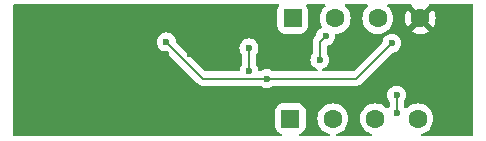
<source format=gbr>
%TF.GenerationSoftware,KiCad,Pcbnew,8.0.7*%
%TF.CreationDate,2025-02-18T21:35:20-08:00*%
%TF.ProjectId,USB_555timer,5553425f-3535-4357-9469-6d65722e6b69,rev?*%
%TF.SameCoordinates,Original*%
%TF.FileFunction,Copper,L2,Bot*%
%TF.FilePolarity,Positive*%
%FSLAX46Y46*%
G04 Gerber Fmt 4.6, Leading zero omitted, Abs format (unit mm)*
G04 Created by KiCad (PCBNEW 8.0.7) date 2025-02-18 21:35:20*
%MOMM*%
%LPD*%
G01*
G04 APERTURE LIST*
G04 Aperture macros list*
%AMRoundRect*
0 Rectangle with rounded corners*
0 $1 Rounding radius*
0 $2 $3 $4 $5 $6 $7 $8 $9 X,Y pos of 4 corners*
0 Add a 4 corners polygon primitive as box body*
4,1,4,$2,$3,$4,$5,$6,$7,$8,$9,$2,$3,0*
0 Add four circle primitives for the rounded corners*
1,1,$1+$1,$2,$3*
1,1,$1+$1,$4,$5*
1,1,$1+$1,$6,$7*
1,1,$1+$1,$8,$9*
0 Add four rect primitives between the rounded corners*
20,1,$1+$1,$2,$3,$4,$5,0*
20,1,$1+$1,$4,$5,$6,$7,0*
20,1,$1+$1,$6,$7,$8,$9,0*
20,1,$1+$1,$8,$9,$2,$3,0*%
G04 Aperture macros list end*
%TA.AperFunction,ComponentPad*%
%ADD10RoundRect,0.250000X-0.550000X-0.550000X0.550000X-0.550000X0.550000X0.550000X-0.550000X0.550000X0*%
%TD*%
%TA.AperFunction,ComponentPad*%
%ADD11C,1.600000*%
%TD*%
%TA.AperFunction,ViaPad*%
%ADD12C,0.600000*%
%TD*%
%TA.AperFunction,Conductor*%
%ADD13C,0.200000*%
%TD*%
G04 APERTURE END LIST*
D10*
%TO.P,J2,1,Pin_1*%
%TO.N,Net-(J2-Pin_1)*%
X155700000Y-95000000D03*
D11*
%TO.P,J2,2,Pin_2*%
%TO.N,Net-(J2-Pin_2)*%
X159300000Y-95000000D03*
%TO.P,J2,3,Pin_3*%
%TO.N,Net-(J2-Pin_3)*%
X162900000Y-95000000D03*
%TO.P,J2,4,Pin_4*%
%TO.N,GND*%
X166500000Y-95000000D03*
%TD*%
%TO.P,J1,4,Pin_4*%
%TO.N,+5V*%
X166300000Y-103500000D03*
%TO.P,J1,3,Pin_3*%
%TO.N,Net-(J1-Pin_3)*%
X162700000Y-103500000D03*
%TO.P,J1,2,Pin_2*%
%TO.N,Net-(J1-Pin_2)*%
X159100000Y-103500000D03*
D10*
%TO.P,J1,1,Pin_1*%
%TO.N,Net-(J1-Pin_1)*%
X155500000Y-103500000D03*
%TD*%
D12*
%TO.N,GND*%
X168500000Y-95000000D03*
%TO.N,+5V*%
X153500000Y-100100000D03*
%TO.N,GND*%
X147000000Y-98000000D03*
X147000000Y-104000000D03*
X153500000Y-101500000D03*
X169000000Y-101625000D03*
X169000000Y-100000000D03*
X167500000Y-94000000D03*
X165500000Y-94000000D03*
X165500000Y-96000000D03*
X167500000Y-96000000D03*
X147000000Y-96500000D03*
X145000000Y-98000000D03*
X148500000Y-98000000D03*
X139000000Y-101500000D03*
X139500000Y-103000000D03*
X139500000Y-104500000D03*
X147000000Y-102500000D03*
X145000000Y-104000000D03*
%TO.N,+5V*%
X145000000Y-97000000D03*
X164100000Y-97100000D03*
%TO.N,Net-(J1-Pin_2)*%
X164500000Y-101500000D03*
X164500000Y-103000000D03*
%TO.N,Net-(J2-Pin_3)*%
X152000000Y-99500000D03*
X152000000Y-97500000D03*
%TO.N,Net-(J2-Pin_2)*%
X158000000Y-98500000D03*
X158500000Y-96500000D03*
%TD*%
D13*
%TO.N,+5V*%
X153500000Y-100100000D02*
X148100000Y-100100000D01*
X148100000Y-100100000D02*
X145000000Y-97000000D01*
X161100000Y-100100000D02*
X153500000Y-100100000D01*
X164100000Y-97100000D02*
X161100000Y-100100000D01*
%TO.N,Net-(J1-Pin_2)*%
X164500000Y-103000000D02*
X164500000Y-101500000D01*
%TO.N,Net-(J2-Pin_3)*%
X152000000Y-97500000D02*
X152000000Y-99500000D01*
%TO.N,Net-(J2-Pin_2)*%
X158000000Y-97000000D02*
X158000000Y-98500000D01*
X158500000Y-96500000D02*
X158000000Y-97000000D01*
%TD*%
%TA.AperFunction,Conductor*%
%TO.N,GND*%
G36*
X154513698Y-93820185D02*
G01*
X154559453Y-93872989D01*
X154569397Y-93942147D01*
X154552198Y-93989596D01*
X154465189Y-94130659D01*
X154465186Y-94130666D01*
X154410001Y-94297203D01*
X154410001Y-94297204D01*
X154410000Y-94297204D01*
X154399500Y-94399983D01*
X154399500Y-95600001D01*
X154399501Y-95600018D01*
X154410000Y-95702796D01*
X154410001Y-95702799D01*
X154423978Y-95744977D01*
X154465186Y-95869334D01*
X154557288Y-96018656D01*
X154681344Y-96142712D01*
X154830666Y-96234814D01*
X154997203Y-96289999D01*
X155099991Y-96300500D01*
X156300008Y-96300499D01*
X156402797Y-96289999D01*
X156569334Y-96234814D01*
X156718656Y-96142712D01*
X156842712Y-96018656D01*
X156934814Y-95869334D01*
X156989999Y-95702797D01*
X157000500Y-95600009D01*
X157000499Y-94399992D01*
X156989999Y-94297203D01*
X156934814Y-94130666D01*
X156847802Y-93989596D01*
X156829362Y-93922204D01*
X156850285Y-93855541D01*
X156903927Y-93810771D01*
X156953341Y-93800500D01*
X158360951Y-93800500D01*
X158427990Y-93820185D01*
X158473745Y-93872989D01*
X158483689Y-93942147D01*
X158454664Y-94005703D01*
X158448632Y-94012181D01*
X158299954Y-94160858D01*
X158169432Y-94347265D01*
X158169431Y-94347267D01*
X158073261Y-94553502D01*
X158073258Y-94553511D01*
X158014366Y-94773302D01*
X158014364Y-94773313D01*
X157994532Y-94999998D01*
X157994532Y-95000001D01*
X158014364Y-95226686D01*
X158014366Y-95226697D01*
X158073258Y-95446488D01*
X158073260Y-95446492D01*
X158073261Y-95446496D01*
X158120698Y-95548225D01*
X158162698Y-95638294D01*
X158173190Y-95707372D01*
X158144670Y-95771156D01*
X158116289Y-95795692D01*
X157997739Y-95870182D01*
X157870184Y-95997737D01*
X157774210Y-96150478D01*
X157714630Y-96320750D01*
X157704837Y-96407666D01*
X157677770Y-96472080D01*
X157669299Y-96481462D01*
X157624237Y-96526524D01*
X157624212Y-96526552D01*
X157519479Y-96631285D01*
X157519478Y-96631287D01*
X157471359Y-96714632D01*
X157440424Y-96768212D01*
X157440423Y-96768213D01*
X157438816Y-96774211D01*
X157399499Y-96920943D01*
X157399499Y-96920945D01*
X157399499Y-97089046D01*
X157399500Y-97089059D01*
X157399500Y-97917587D01*
X157379815Y-97984626D01*
X157372450Y-97994896D01*
X157370186Y-97997734D01*
X157274211Y-98150476D01*
X157214631Y-98320745D01*
X157214630Y-98320750D01*
X157194435Y-98499996D01*
X157194435Y-98500003D01*
X157214630Y-98679249D01*
X157214631Y-98679254D01*
X157274211Y-98849523D01*
X157363576Y-98991745D01*
X157370184Y-99002262D01*
X157497738Y-99129816D01*
X157650478Y-99225789D01*
X157743840Y-99258458D01*
X157800617Y-99299180D01*
X157826364Y-99364133D01*
X157812908Y-99432694D01*
X157764521Y-99483097D01*
X157702886Y-99499500D01*
X154082412Y-99499500D01*
X154015373Y-99479815D01*
X154005097Y-99472445D01*
X154002263Y-99470185D01*
X154002262Y-99470184D01*
X153933553Y-99427011D01*
X153849523Y-99374211D01*
X153679254Y-99314631D01*
X153679249Y-99314630D01*
X153500004Y-99294435D01*
X153499996Y-99294435D01*
X153320750Y-99314630D01*
X153320745Y-99314631D01*
X153150476Y-99374211D01*
X152997736Y-99470185D01*
X152994903Y-99472445D01*
X152992724Y-99473334D01*
X152991842Y-99473889D01*
X152991744Y-99473734D01*
X152930217Y-99498855D01*
X152917588Y-99499500D01*
X152916322Y-99499500D01*
X152849283Y-99479815D01*
X152803528Y-99427011D01*
X152793102Y-99389383D01*
X152785369Y-99320750D01*
X152785368Y-99320748D01*
X152785368Y-99320745D01*
X152725789Y-99150478D01*
X152629816Y-98997738D01*
X152629814Y-98997736D01*
X152629813Y-98997734D01*
X152627550Y-98994896D01*
X152626659Y-98992715D01*
X152626111Y-98991842D01*
X152626264Y-98991745D01*
X152601144Y-98930209D01*
X152600500Y-98917587D01*
X152600500Y-98082412D01*
X152620185Y-98015373D01*
X152627555Y-98005097D01*
X152629810Y-98002267D01*
X152629816Y-98002262D01*
X152725789Y-97849522D01*
X152785368Y-97679255D01*
X152785369Y-97679249D01*
X152805565Y-97500003D01*
X152805565Y-97499996D01*
X152785369Y-97320750D01*
X152785368Y-97320745D01*
X152752141Y-97225789D01*
X152725789Y-97150478D01*
X152629816Y-96997738D01*
X152502262Y-96870184D01*
X152469379Y-96849522D01*
X152349523Y-96774211D01*
X152179254Y-96714631D01*
X152179249Y-96714630D01*
X152000004Y-96694435D01*
X151999996Y-96694435D01*
X151820750Y-96714630D01*
X151820745Y-96714631D01*
X151650476Y-96774211D01*
X151497737Y-96870184D01*
X151370184Y-96997737D01*
X151274211Y-97150476D01*
X151214631Y-97320745D01*
X151214630Y-97320750D01*
X151194435Y-97499996D01*
X151194435Y-97500003D01*
X151214630Y-97679249D01*
X151214631Y-97679254D01*
X151274211Y-97849523D01*
X151334515Y-97945496D01*
X151367341Y-97997738D01*
X151370185Y-98002263D01*
X151372445Y-98005097D01*
X151373334Y-98007275D01*
X151373889Y-98008158D01*
X151373734Y-98008255D01*
X151398855Y-98069783D01*
X151399500Y-98082412D01*
X151399500Y-98917587D01*
X151379815Y-98984626D01*
X151372450Y-98994896D01*
X151370186Y-98997734D01*
X151274210Y-99150478D01*
X151214630Y-99320750D01*
X151206898Y-99389383D01*
X151179832Y-99453797D01*
X151122237Y-99493352D01*
X151083678Y-99499500D01*
X148400097Y-99499500D01*
X148333058Y-99479815D01*
X148312416Y-99463181D01*
X145830700Y-96981465D01*
X145797215Y-96920142D01*
X145795163Y-96907686D01*
X145785368Y-96820745D01*
X145725789Y-96650478D01*
X145629816Y-96497738D01*
X145502262Y-96370184D01*
X145493049Y-96364395D01*
X145349523Y-96274211D01*
X145179254Y-96214631D01*
X145179249Y-96214630D01*
X145000004Y-96194435D01*
X144999996Y-96194435D01*
X144820750Y-96214630D01*
X144820745Y-96214631D01*
X144650476Y-96274211D01*
X144497737Y-96370184D01*
X144370184Y-96497737D01*
X144274211Y-96650476D01*
X144214631Y-96820745D01*
X144214630Y-96820750D01*
X144194435Y-96999996D01*
X144194435Y-97000003D01*
X144214630Y-97179249D01*
X144214631Y-97179254D01*
X144274211Y-97349523D01*
X144306499Y-97400908D01*
X144370184Y-97502262D01*
X144497738Y-97629816D01*
X144650478Y-97725789D01*
X144820745Y-97785368D01*
X144907669Y-97795161D01*
X144972080Y-97822226D01*
X144981465Y-97830700D01*
X147615139Y-100464374D01*
X147615149Y-100464385D01*
X147619479Y-100468715D01*
X147619480Y-100468716D01*
X147731284Y-100580520D01*
X147818095Y-100630639D01*
X147818097Y-100630641D01*
X147856151Y-100652611D01*
X147868215Y-100659577D01*
X148020943Y-100700501D01*
X148020946Y-100700501D01*
X148186653Y-100700501D01*
X148186669Y-100700500D01*
X152917588Y-100700500D01*
X152984627Y-100720185D01*
X152994903Y-100727555D01*
X152997736Y-100729814D01*
X152997738Y-100729816D01*
X153150478Y-100825789D01*
X153277352Y-100870184D01*
X153320745Y-100885368D01*
X153320750Y-100885369D01*
X153499996Y-100905565D01*
X153500000Y-100905565D01*
X153500004Y-100905565D01*
X153679249Y-100885369D01*
X153679252Y-100885368D01*
X153679255Y-100885368D01*
X153849522Y-100825789D01*
X154002262Y-100729816D01*
X154002267Y-100729810D01*
X154005097Y-100727555D01*
X154007275Y-100726665D01*
X154008158Y-100726111D01*
X154008255Y-100726265D01*
X154069783Y-100701145D01*
X154082412Y-100700500D01*
X161013331Y-100700500D01*
X161013347Y-100700501D01*
X161020943Y-100700501D01*
X161179054Y-100700501D01*
X161179057Y-100700501D01*
X161331785Y-100659577D01*
X161381904Y-100630639D01*
X161468716Y-100580520D01*
X161580520Y-100468716D01*
X161580520Y-100468714D01*
X161590728Y-100458507D01*
X161590729Y-100458504D01*
X164118536Y-97930698D01*
X164179857Y-97897215D01*
X164192310Y-97895163D01*
X164279255Y-97885368D01*
X164449522Y-97825789D01*
X164602262Y-97729816D01*
X164729816Y-97602262D01*
X164825789Y-97449522D01*
X164885368Y-97279255D01*
X164891392Y-97225789D01*
X164905565Y-97100003D01*
X164905565Y-97099996D01*
X164885369Y-96920750D01*
X164885368Y-96920745D01*
X164850376Y-96820743D01*
X164825789Y-96750478D01*
X164803265Y-96714632D01*
X164762955Y-96650478D01*
X164729816Y-96597738D01*
X164602262Y-96470184D01*
X164571387Y-96450784D01*
X164449523Y-96374211D01*
X164279254Y-96314631D01*
X164279249Y-96314630D01*
X164100004Y-96294435D01*
X164099996Y-96294435D01*
X163920750Y-96314630D01*
X163920745Y-96314631D01*
X163750476Y-96374211D01*
X163597737Y-96470184D01*
X163470184Y-96597737D01*
X163374210Y-96750478D01*
X163314630Y-96920750D01*
X163304837Y-97007667D01*
X163277770Y-97072081D01*
X163269298Y-97081464D01*
X160887584Y-99463181D01*
X160826261Y-99496666D01*
X160799903Y-99499500D01*
X158297114Y-99499500D01*
X158230075Y-99479815D01*
X158184320Y-99427011D01*
X158174376Y-99357853D01*
X158203401Y-99294297D01*
X158256160Y-99258458D01*
X158292531Y-99245730D01*
X158349522Y-99225789D01*
X158502262Y-99129816D01*
X158629816Y-99002262D01*
X158725789Y-98849522D01*
X158785368Y-98679255D01*
X158805565Y-98500000D01*
X158785368Y-98320745D01*
X158725789Y-98150478D01*
X158629816Y-97997738D01*
X158629814Y-97997736D01*
X158629813Y-97997734D01*
X158627550Y-97994896D01*
X158626659Y-97992715D01*
X158626111Y-97991842D01*
X158626264Y-97991745D01*
X158601144Y-97930209D01*
X158600500Y-97917587D01*
X158600500Y-97400908D01*
X158620185Y-97333869D01*
X158672989Y-97288114D01*
X158683536Y-97283869D01*
X158849522Y-97225789D01*
X159002262Y-97129816D01*
X159129816Y-97002262D01*
X159225789Y-96849522D01*
X159285368Y-96679255D01*
X159285369Y-96679249D01*
X159305565Y-96500003D01*
X159305565Y-96499998D01*
X159302206Y-96470184D01*
X159298040Y-96433215D01*
X159310094Y-96364395D01*
X159357443Y-96313015D01*
X159410450Y-96295804D01*
X159526692Y-96285635D01*
X159746496Y-96226739D01*
X159952734Y-96130568D01*
X160139139Y-96000047D01*
X160300047Y-95839139D01*
X160430568Y-95652734D01*
X160526739Y-95446496D01*
X160585635Y-95226692D01*
X160605468Y-95000000D01*
X160585635Y-94773308D01*
X160526739Y-94553504D01*
X160430568Y-94347266D01*
X160300047Y-94160861D01*
X160300045Y-94160858D01*
X160151368Y-94012181D01*
X160117883Y-93950858D01*
X160122867Y-93881166D01*
X160164739Y-93825233D01*
X160230203Y-93800816D01*
X160239049Y-93800500D01*
X161960951Y-93800500D01*
X162027990Y-93820185D01*
X162073745Y-93872989D01*
X162083689Y-93942147D01*
X162054664Y-94005703D01*
X162048632Y-94012181D01*
X161899954Y-94160858D01*
X161769432Y-94347265D01*
X161769431Y-94347267D01*
X161673261Y-94553502D01*
X161673258Y-94553511D01*
X161614366Y-94773302D01*
X161614364Y-94773313D01*
X161594532Y-94999998D01*
X161594532Y-95000001D01*
X161614364Y-95226686D01*
X161614366Y-95226697D01*
X161673258Y-95446488D01*
X161673261Y-95446497D01*
X161769431Y-95652732D01*
X161769432Y-95652734D01*
X161899954Y-95839141D01*
X162060858Y-96000045D01*
X162060861Y-96000047D01*
X162247266Y-96130568D01*
X162453504Y-96226739D01*
X162673308Y-96285635D01*
X162835230Y-96299801D01*
X162899998Y-96305468D01*
X162900000Y-96305468D01*
X162900002Y-96305468D01*
X162956807Y-96300498D01*
X163126692Y-96285635D01*
X163346496Y-96226739D01*
X163552734Y-96130568D01*
X163626346Y-96079025D01*
X165774526Y-96079025D01*
X165847513Y-96130132D01*
X165847521Y-96130136D01*
X166053668Y-96226264D01*
X166053682Y-96226269D01*
X166273389Y-96285139D01*
X166273400Y-96285141D01*
X166499998Y-96304966D01*
X166500002Y-96304966D01*
X166726599Y-96285141D01*
X166726610Y-96285139D01*
X166946317Y-96226269D01*
X166946331Y-96226264D01*
X167152478Y-96130136D01*
X167225471Y-96079024D01*
X166500000Y-95353553D01*
X165774526Y-96079025D01*
X163626346Y-96079025D01*
X163739139Y-96000047D01*
X163900047Y-95839139D01*
X164030568Y-95652734D01*
X164126739Y-95446496D01*
X164185635Y-95226692D01*
X164205468Y-95000000D01*
X164205468Y-94999997D01*
X165195034Y-94999997D01*
X165195034Y-95000002D01*
X165214858Y-95226599D01*
X165214860Y-95226610D01*
X165273730Y-95446317D01*
X165273735Y-95446331D01*
X165369863Y-95652478D01*
X165420974Y-95725472D01*
X166146446Y-95000001D01*
X166146446Y-94999999D01*
X166106951Y-94960504D01*
X166200000Y-94960504D01*
X166200000Y-95039496D01*
X166220444Y-95115796D01*
X166259940Y-95184205D01*
X166315795Y-95240060D01*
X166384204Y-95279556D01*
X166460504Y-95300000D01*
X166539496Y-95300000D01*
X166615796Y-95279556D01*
X166684205Y-95240060D01*
X166740060Y-95184205D01*
X166779556Y-95115796D01*
X166800000Y-95039496D01*
X166800000Y-94999999D01*
X166853553Y-94999999D01*
X166853553Y-95000000D01*
X167579024Y-95725471D01*
X167630136Y-95652478D01*
X167726264Y-95446331D01*
X167726269Y-95446317D01*
X167785139Y-95226610D01*
X167785141Y-95226599D01*
X167804966Y-95000002D01*
X167804966Y-94999997D01*
X167785141Y-94773400D01*
X167785139Y-94773389D01*
X167726269Y-94553682D01*
X167726264Y-94553668D01*
X167630136Y-94347521D01*
X167630132Y-94347513D01*
X167579025Y-94274526D01*
X166853553Y-94999999D01*
X166800000Y-94999999D01*
X166800000Y-94960504D01*
X166779556Y-94884204D01*
X166740060Y-94815795D01*
X166684205Y-94759940D01*
X166615796Y-94720444D01*
X166539496Y-94700000D01*
X166460504Y-94700000D01*
X166384204Y-94720444D01*
X166315795Y-94759940D01*
X166259940Y-94815795D01*
X166220444Y-94884204D01*
X166200000Y-94960504D01*
X166106951Y-94960504D01*
X165420974Y-94274526D01*
X165420973Y-94274526D01*
X165369868Y-94347512D01*
X165369866Y-94347516D01*
X165273734Y-94553673D01*
X165273730Y-94553682D01*
X165214860Y-94773389D01*
X165214858Y-94773400D01*
X165195034Y-94999997D01*
X164205468Y-94999997D01*
X164185635Y-94773308D01*
X164126739Y-94553504D01*
X164030568Y-94347266D01*
X163900047Y-94160861D01*
X163900045Y-94160858D01*
X163751368Y-94012181D01*
X163717883Y-93950858D01*
X163722867Y-93881166D01*
X163764739Y-93825233D01*
X163830203Y-93800816D01*
X163839049Y-93800500D01*
X165649744Y-93800500D01*
X165716783Y-93820185D01*
X165762538Y-93872989D01*
X165770028Y-93916476D01*
X166499999Y-94646446D01*
X167230646Y-93915800D01*
X167240492Y-93866808D01*
X167289107Y-93816625D01*
X167350254Y-93800500D01*
X170875500Y-93800500D01*
X170942539Y-93820185D01*
X170988294Y-93872989D01*
X170999500Y-93924500D01*
X170999500Y-104875500D01*
X170979815Y-104942539D01*
X170927011Y-104988294D01*
X170875500Y-104999500D01*
X166670412Y-104999500D01*
X166603373Y-104979815D01*
X166557618Y-104927011D01*
X166547674Y-104857853D01*
X166576699Y-104794297D01*
X166635477Y-104756523D01*
X166638319Y-104755725D01*
X166702558Y-104738511D01*
X166746496Y-104726739D01*
X166952734Y-104630568D01*
X167139139Y-104500047D01*
X167300047Y-104339139D01*
X167430568Y-104152734D01*
X167526739Y-103946496D01*
X167585635Y-103726692D01*
X167605468Y-103500000D01*
X167585635Y-103273308D01*
X167526739Y-103053504D01*
X167430568Y-102847266D01*
X167300047Y-102660861D01*
X167300045Y-102660858D01*
X167139141Y-102499954D01*
X166952734Y-102369432D01*
X166952732Y-102369431D01*
X166746497Y-102273261D01*
X166746488Y-102273258D01*
X166526697Y-102214366D01*
X166526693Y-102214365D01*
X166526692Y-102214365D01*
X166526691Y-102214364D01*
X166526686Y-102214364D01*
X166300002Y-102194532D01*
X166299998Y-102194532D01*
X166073313Y-102214364D01*
X166073302Y-102214366D01*
X165853511Y-102273258D01*
X165853502Y-102273261D01*
X165647267Y-102369431D01*
X165647265Y-102369432D01*
X165460858Y-102499954D01*
X165368362Y-102592451D01*
X165307039Y-102625936D01*
X165237347Y-102620952D01*
X165181414Y-102579080D01*
X165175687Y-102570742D01*
X165131207Y-102499953D01*
X165129816Y-102497738D01*
X165129814Y-102497736D01*
X165129813Y-102497734D01*
X165127550Y-102494896D01*
X165126659Y-102492715D01*
X165126111Y-102491842D01*
X165126264Y-102491745D01*
X165101144Y-102430209D01*
X165100500Y-102417587D01*
X165100500Y-102082412D01*
X165120185Y-102015373D01*
X165127555Y-102005097D01*
X165129810Y-102002267D01*
X165129816Y-102002262D01*
X165225789Y-101849522D01*
X165285368Y-101679255D01*
X165305565Y-101500000D01*
X165285368Y-101320745D01*
X165225789Y-101150478D01*
X165129816Y-100997738D01*
X165002262Y-100870184D01*
X164931608Y-100825789D01*
X164849523Y-100774211D01*
X164679254Y-100714631D01*
X164679249Y-100714630D01*
X164500004Y-100694435D01*
X164499996Y-100694435D01*
X164320750Y-100714630D01*
X164320745Y-100714631D01*
X164150476Y-100774211D01*
X163997737Y-100870184D01*
X163870184Y-100997737D01*
X163774211Y-101150476D01*
X163714631Y-101320745D01*
X163714630Y-101320750D01*
X163694435Y-101499996D01*
X163694435Y-101500003D01*
X163714630Y-101679249D01*
X163714631Y-101679254D01*
X163774211Y-101849523D01*
X163870185Y-102002263D01*
X163872445Y-102005097D01*
X163873334Y-102007275D01*
X163873889Y-102008158D01*
X163873734Y-102008255D01*
X163898855Y-102069783D01*
X163899500Y-102082412D01*
X163899500Y-102417587D01*
X163879815Y-102484626D01*
X163872450Y-102494896D01*
X163870184Y-102497737D01*
X163824311Y-102570742D01*
X163771976Y-102617033D01*
X163702922Y-102627680D01*
X163639074Y-102599304D01*
X163631637Y-102592450D01*
X163539141Y-102499954D01*
X163352734Y-102369432D01*
X163352732Y-102369431D01*
X163146497Y-102273261D01*
X163146488Y-102273258D01*
X162926697Y-102214366D01*
X162926693Y-102214365D01*
X162926692Y-102214365D01*
X162926691Y-102214364D01*
X162926686Y-102214364D01*
X162700002Y-102194532D01*
X162699998Y-102194532D01*
X162473313Y-102214364D01*
X162473302Y-102214366D01*
X162253511Y-102273258D01*
X162253502Y-102273261D01*
X162047267Y-102369431D01*
X162047265Y-102369432D01*
X161860858Y-102499954D01*
X161699954Y-102660858D01*
X161569432Y-102847265D01*
X161569431Y-102847267D01*
X161473261Y-103053502D01*
X161473258Y-103053511D01*
X161414366Y-103273302D01*
X161414364Y-103273313D01*
X161394532Y-103499998D01*
X161394532Y-103500001D01*
X161414364Y-103726686D01*
X161414366Y-103726697D01*
X161473258Y-103946488D01*
X161473261Y-103946497D01*
X161569431Y-104152732D01*
X161569432Y-104152734D01*
X161699954Y-104339141D01*
X161860858Y-104500045D01*
X161860861Y-104500047D01*
X162047266Y-104630568D01*
X162253504Y-104726739D01*
X162253509Y-104726740D01*
X162253511Y-104726741D01*
X162361681Y-104755725D01*
X162421342Y-104792090D01*
X162451871Y-104854937D01*
X162443576Y-104924312D01*
X162399091Y-104978190D01*
X162332539Y-104999465D01*
X162329588Y-104999500D01*
X159470412Y-104999500D01*
X159403373Y-104979815D01*
X159357618Y-104927011D01*
X159347674Y-104857853D01*
X159376699Y-104794297D01*
X159435477Y-104756523D01*
X159438319Y-104755725D01*
X159502558Y-104738511D01*
X159546496Y-104726739D01*
X159752734Y-104630568D01*
X159939139Y-104500047D01*
X160100047Y-104339139D01*
X160230568Y-104152734D01*
X160326739Y-103946496D01*
X160385635Y-103726692D01*
X160405468Y-103500000D01*
X160385635Y-103273308D01*
X160326739Y-103053504D01*
X160230568Y-102847266D01*
X160100047Y-102660861D01*
X160100045Y-102660858D01*
X159939141Y-102499954D01*
X159752734Y-102369432D01*
X159752732Y-102369431D01*
X159546497Y-102273261D01*
X159546488Y-102273258D01*
X159326697Y-102214366D01*
X159326693Y-102214365D01*
X159326692Y-102214365D01*
X159326691Y-102214364D01*
X159326686Y-102214364D01*
X159100002Y-102194532D01*
X159099998Y-102194532D01*
X158873313Y-102214364D01*
X158873302Y-102214366D01*
X158653511Y-102273258D01*
X158653502Y-102273261D01*
X158447267Y-102369431D01*
X158447265Y-102369432D01*
X158260858Y-102499954D01*
X158099954Y-102660858D01*
X157969432Y-102847265D01*
X157969431Y-102847267D01*
X157873261Y-103053502D01*
X157873258Y-103053511D01*
X157814366Y-103273302D01*
X157814364Y-103273313D01*
X157794532Y-103499998D01*
X157794532Y-103500001D01*
X157814364Y-103726686D01*
X157814366Y-103726697D01*
X157873258Y-103946488D01*
X157873261Y-103946497D01*
X157969431Y-104152732D01*
X157969432Y-104152734D01*
X158099954Y-104339141D01*
X158260858Y-104500045D01*
X158260861Y-104500047D01*
X158447266Y-104630568D01*
X158653504Y-104726739D01*
X158653509Y-104726740D01*
X158653511Y-104726741D01*
X158761681Y-104755725D01*
X158821342Y-104792090D01*
X158851871Y-104854937D01*
X158843576Y-104924312D01*
X158799091Y-104978190D01*
X158732539Y-104999465D01*
X158729588Y-104999500D01*
X156338989Y-104999500D01*
X156271950Y-104979815D01*
X156226195Y-104927011D01*
X156216251Y-104857853D01*
X156245276Y-104794297D01*
X156299982Y-104757794D01*
X156369334Y-104734814D01*
X156518656Y-104642712D01*
X156642712Y-104518656D01*
X156734814Y-104369334D01*
X156789999Y-104202797D01*
X156800500Y-104100009D01*
X156800499Y-102899992D01*
X156789999Y-102797203D01*
X156734814Y-102630666D01*
X156642712Y-102481344D01*
X156518656Y-102357288D01*
X156369334Y-102265186D01*
X156202797Y-102210001D01*
X156202795Y-102210000D01*
X156100010Y-102199500D01*
X154899998Y-102199500D01*
X154899981Y-102199501D01*
X154797203Y-102210000D01*
X154797200Y-102210001D01*
X154630668Y-102265185D01*
X154630663Y-102265187D01*
X154481342Y-102357289D01*
X154357289Y-102481342D01*
X154265187Y-102630663D01*
X154265186Y-102630666D01*
X154210001Y-102797203D01*
X154210001Y-102797204D01*
X154210000Y-102797204D01*
X154199500Y-102899983D01*
X154199500Y-104100001D01*
X154199501Y-104100018D01*
X154210000Y-104202796D01*
X154210001Y-104202799D01*
X154255180Y-104339139D01*
X154265186Y-104369334D01*
X154357288Y-104518656D01*
X154481344Y-104642712D01*
X154630666Y-104734814D01*
X154700016Y-104757794D01*
X154757461Y-104797567D01*
X154784284Y-104862083D01*
X154771969Y-104930858D01*
X154724426Y-104982058D01*
X154661012Y-104999500D01*
X132124500Y-104999500D01*
X132057461Y-104979815D01*
X132011706Y-104927011D01*
X132000500Y-104875500D01*
X132000500Y-93924500D01*
X132020185Y-93857461D01*
X132072989Y-93811706D01*
X132124500Y-93800500D01*
X154446659Y-93800500D01*
X154513698Y-93820185D01*
G37*
%TD.AperFunction*%
%TD*%
M02*

</source>
